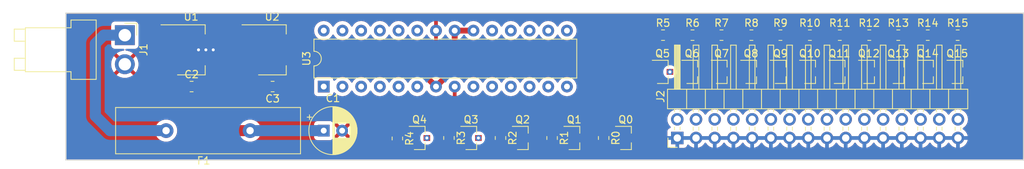
<source format=kicad_pcb>
(kicad_pcb (version 20221018) (generator pcbnew)
  (layers (0 "F.Cu" signal) (31 "B.Cu" signal) (34 "B.Paste" user) (35 "F.Paste" user) (36 "B.SilkS" user "B.Silkscreen") (37 "F.SilkS" user "F.Silkscreen") (38 "B.Mask" user) (39 "F.Mask" user) (44 "Edge.Cuts" user))
  (net 0 "")
  (net 1 "Net-(C1-Pad1)")
  (net 2 "GND")
  (net 3 "+12V")
  (net 4 "Net-(F1-Pad2)")
  (net 5 "/PB0")
  (net 6 "Net-(C3-Pad2)")
  (net 7 "/LED0")
  (net 8 "/LED1")
  (net 9 "/LED2")
  (net 10 "/LED3")
  (net 11 "/LED4")
  (net 12 "/LED5")
  (net 13 "/LED6")
  (net 14 "/LED7")
  (net 15 "/LED8")
  (net 16 "/LED9")
  (net 17 "/LED10")
  (net 18 "/LED11")
  (net 19 "/LED12")
  (net 20 "/LED13")
  (net 21 "/LED14")
  (net 22 "/LED15")
  (net 23 "/PB1")
  (net 24 "/PB2")
  (net 25 "/PB3")
  (net 26 "/PB4")
  (net 27 "/PB5")
  (net 28 "/PB6")
  (net 29 "/PB7")
  (net 30 "/PD0")
  (net 31 "/PD1")
  (net 32 "/PD2")
  (net 33 "/PD3")
  (net 34 "/PD4")
  (net 35 "/PD5")
  (net 36 "/PD6")
  (net 37 "/PD7")
  (footprint "Capacitor_THT:CP_Radial_D6.3mm_P2.50mm" (layer "F.Cu") (at 149.3 82.802)
    (fp_text reference "C1" (at 1.25 -4.4) (layer "F.SilkS"))
    (fp_text value "CP")
    (pad "1" thru_hole rect (at 0 0) (size 1.6 1.6) (drill 0.8) (layers "*.Cu" "*.Mask") (net 1 "Net-(C1-Pad1)"))
    (pad "2" thru_hole circle (at 2.5 0) (size 1.6 1.6) (drill 0.8) (layers "*.Cu" "*.Mask") (net 2 "GND"))
  )
  (footprint "Capacitor_SMD:C_0805_2012Metric_Pad1.33x1.40mm_HandSolder" (layer "F.Cu") (at 131.3625 76.802)
    (fp_text reference "C2" (at 0 -1.65) (layer "F.SilkS"))
    (fp_text value "C")
    (pad "1" smd roundrect (at -0.9375 0) (size 1.325 1.4) (layers "F.Cu" "F.Paste" "F.Mask") (roundrect_rratio 0.188679) (net 3 "+12V"))
    (pad "2" smd roundrect (at 0.9375 0) (size 1.325 1.4) (layers "F.Cu" "F.Paste" "F.Mask") (roundrect_rratio 0.188679) (net 2 "GND"))
  )
  (footprint "Capacitor_SMD:C_0805_2012Metric_Pad1.33x1.40mm_HandSolder" (layer "F.Cu") (at 142.3625 76.802 180)
    (fp_text reference "C3" (at 0 -1.65 180) (layer "F.SilkS"))
    (fp_text value "C")
    (pad "1" smd roundrect (at -0.9375 0 180) (size 1.325 1.4) (layers "F.Cu" "F.Paste" "F.Mask") (roundrect_rratio 0.188679) (net 2 "GND"))
    (pad "2" smd roundrect (at 0.9375 0 180) (size 1.325 1.4) (layers "F.Cu" "F.Paste" "F.Mask") (roundrect_rratio 0.188679) (net 6 "Net-(C3-Pad2)"))
  )
  (footprint "Connector_JST:JST_VH_B2PS-VH_1x02_P3.96mm_Horizontal" (layer "F.Cu") (at 122.3 69.802 -90)
    (fp_text reference "J1" (at 1.98 -2.55 270) (layer "F.SilkS"))
    (fp_text value "Conn_01x02_Male")
    (pad "1" thru_hole rect (at 0 0 270) (size 2.7 2.7) (drill 1.7) (layers "*.Cu" "*.Mask") (net 4 "Net-(F1-Pad2)"))
    (pad "2" thru_hole circle (at 3.96 0 270) (size 2.7 2.7) (drill 1.7) (layers "*.Cu" "*.Mask") (net 2 "GND"))
  )
  (footprint "Connector_PinHeader_2.54mm:PinHeader_2x16_P2.54mm_Horizontal" (layer "F.Cu") (at 197.3 83.802 90)
    (fp_text reference "J2" (at 5.655 -2.27 90) (layer "F.SilkS"))
    (fp_text value "Conn_02x16_Odd_Even")
    (pad "1" thru_hole rect (at 0 0 90) (size 1.7 1.7) (drill 1) (layers "*.Cu" "*.Mask") (net 3 "+12V"))
    (pad "2" thru_hole oval (at 2.54 0 90) (size 1.7 1.7) (drill 1) (layers "*.Cu" "*.Mask") (net 7 "/LED0"))
    (pad "3" thru_hole oval (at 0 2.54 90) (size 1.7 1.7) (drill 1) (layers "*.Cu" "*.Mask") (net 3 "+12V"))
    (pad "4" thru_hole oval (at 2.54 2.54 90) (size 1.7 1.7) (drill 1) (layers "*.Cu" "*.Mask") (net 8 "/LED1"))
    (pad "5" thru_hole oval (at 0 5.08 90) (size 1.7 1.7) (drill 1) (layers "*.Cu" "*.Mask") (net 3 "+12V"))
    (pad "6" thru_hole oval (at 2.54 5.08 90) (size 1.7 1.7) (drill 1) (layers "*.Cu" "*.Mask") (net 9 "/LED2"))
    (pad "7" thru_hole oval (at 0 7.62 90) (size 1.7 1.7) (drill 1) (layers "*.Cu" "*.Mask") (net 3 "+12V"))
    (pad "8" thru_hole oval (at 2.54 7.62 90) (size 1.7 1.7) (drill 1) (layers "*.Cu" "*.Mask") (net 10 "/LED3"))
    (pad "9" thru_hole oval (at 0 10.16 90) (size 1.7 1.7) (drill 1) (layers "*.Cu" "*.Mask") (net 3 "+12V"))
    (pad "10" thru_hole oval (at 2.54 10.16 90) (size 1.7 1.7) (drill 1) (layers "*.Cu" "*.Mask") (net 11 "/LED4"))
    (pad "11" thru_hole oval (at 0 12.7 90) (size 1.7 1.7) (drill 1) (layers "*.Cu" "*.Mask") (net 3 "+12V"))
    (pad "12" thru_hole oval (at 2.54 12.7 90) (size 1.7 1.7) (drill 1) (layers "*.Cu" "*.Mask") (net 12 "/LED5"))
    (pad "13" thru_hole oval (at 0 15.24 90) (size 1.7 1.7) (drill 1) (layers "*.Cu" "*.Mask") (net 3 "+12V"))
    (pad "14" thru_hole oval (at 2.54 15.24 90) (size 1.7 1.7) (drill 1) (layers "*.Cu" "*.Mask") (net 13 "/LED6"))
    (pad "15" thru_hole oval (at 0 17.78 90) (size 1.7 1.7) (drill 1) (layers "*.Cu" "*.Mask") (net 3 "+12V"))
    (pad "16" thru_hole oval (at 2.54 17.78 90) (size 1.7 1.7) (drill 1) (layers "*.Cu" "*.Mask") (net 14 "/LED7"))
    (pad "17" thru_hole oval (at 0 20.32 90) (size 1.7 1.7) (drill 1) (layers "*.Cu" "*.Mask") (net 3 "+12V"))
    (pad "18" thru_hole oval (at 2.54 20.32 90) (size 1.7 1.7) (drill 1) (layers "*.Cu" "*.Mask") (net 15 "/LED8"))
    (pad "19" thru_hole oval (at 0 22.86 90) (size 1.7 1.7) (drill 1) (layers "*.Cu" "*.Mask") (net 3 "+12V"))
    (pad "20" thru_hole oval (at 2.54 22.86 90) (size 1.7 1.7) (drill 1) (layers "*.Cu" "*.Mask") (net 16 "/LED9"))
    (pad "21" thru_hole oval (at 0 25.4 90) (size 1.7 1.7) (drill 1) (layers "*.Cu" "*.Mask") (net 3 "+12V"))
    (pad "22" thru_hole oval (at 2.54 25.4 90) (size 1.7 1.7) (drill 1) (layers "*.Cu" "*.Mask") (net 17 "/LED10"))
    (pad "23" thru_hole oval (at 0 27.94 90) (size 1.7 1.7) (drill 1) (layers "*.Cu" "*.Mask") (net 3 "+12V"))
    (pad "24" thru_hole oval (at 2.54 27.94 90) (size 1.7 1.7) (drill 1) (layers "*.Cu" "*.Mask") (net 18 "/LED11"))
    (pad "25" thru_hole oval (at 0 30.48 90) (size 1.7 1.7) (drill 1) (layers "*.Cu" "*.Mask") (net 3 "+12V"))
    (pad "26" thru_hole oval (at 2.54 30.48 90) (size 1.7 1.7) (drill 1) (layers "*.Cu" "*.Mask") (net 19 "/LED12"))
    (pad "27" thru_hole oval (at 0 33.02 90) (size 1.7 1.7) (drill 1) (layers "*.Cu" "*.Mask") (net 3 "+12V"))
    (pad "28" thru_hole oval (at 2.54 33.02 90) (size 1.7 1.7) (drill 1) (layers "*.Cu" "*.Mask") (net 20 "/LED13"))
    (pad "29" thru_hole oval (at 0 35.56 90) (size 1.7 1.7) (drill 1) (layers "*.Cu" "*.Mask") (net 3 "+12V"))
    (pad "30" thru_hole oval (at 2.54 35.56 90) (size 1.7 1.7) (drill 1) (layers "*.Cu" "*.Mask") (net 21 "/LED14"))
    (pad "31" thru_hole oval (at 0 38.1 90) (size 1.7 1.7) (drill 1) (layers "*.Cu" "*.Mask") (net 3 "+12V"))
    (pad "32" thru_hole oval (at 2.54 38.1 90) (size 1.7 1.7) (drill 1) (layers "*.Cu" "*.Mask") (net 22 "/LED15"))
  )
  (footprint "Package_TO_SOT_SMD:SOT-223-3_TabPin2" (layer "F.Cu") (at 131.3 71.802)
    (fp_text reference "U1" (at 0 -4.5) (layer "F.SilkS"))
    (fp_text value "NCP1117-12_SOT223")
    (pad "1" smd rect (at -3.15 -2.3) (size 2 1.5) (layers "F.Cu" "F.Paste" "F.Mask") (net 2 "GND"))
    (pad "2" smd rect (at -3.15 0) (size 2 1.5) (layers "F.Cu" "F.Paste" "F.Mask") (net 3 "+12V"))
    (pad "2" smd rect (at 3.15 0) (size 2 3.8) (layers "F.Cu" "F.Paste" "F.Mask") (net 3 "+12V"))
    (pad "3" smd rect (at -3.15 2.3) (size 2 1.5) (layers "F.Cu" "F.Paste" "F.Mask") (net 1 "Net-(C1-Pad1)"))
  )
  (footprint "Package_DIP:DIP-28_W7.62mm" (layer "F.Cu") (at 149.3 76.802 90)
    (fp_text reference "U3" (at 3.81 -2.33 90) (layer "F.SilkS"))
    (fp_text value "ATmega328P-PU")
    (pad "1" thru_hole rect (at 0 0 90) (size 1.6 1.6) (drill 0.8) (layers "*.Cu" "*.Mask"))
    (pad "2" thru_hole oval (at 0 2.54 90) (size 1.6 1.6) (drill 0.8) (layers "*.Cu" "*.Mask") (net 30 "/PD0"))
    (pad "3" thru_hole oval (at 0 5.08 90) (size 1.6 1.6) (drill 0.8) (layers "*.Cu" "*.Mask") (net 31 "/PD1"))
    (pad "4" thru_hole oval (at 0 7.62 90) (size 1.6 1.6) (drill 0.8) (layers "*.Cu" "*.Mask") (net 32 "/PD2"))
    (pad "5" thru_hole oval (at 0 10.16 90) (size 1.6 1.6) (drill 0.8) (layers "*.Cu" "*.Mask") (net 33 "/PD3"))
    (pad "6" thru_hole oval (at 0 12.7 90) (size 1.6 1.6) (drill 0.8) (layers "*.Cu" "*.Mask") (net 34 "/PD4"))
    (pad "7" thru_hole oval (at 0 15.24 90) (size 1.6 1.6) (drill 0.8) (layers "*.Cu" "*.Mask") (net 6 "Net-(C3-Pad2)"))
    (pad "8" thru_hole oval (at 0 17.78 90) (size 1.6 1.6) (drill 0.8) (layers "*.Cu" "*.Mask") (net 2 "GND"))
    (pad "9" thru_hole oval (at 0 20.32 90) (size 1.6 1.6) (drill 0.8) (layers "*.Cu" "*.Mask") (net 28 "/PB6"))
    (pad "10" thru_hole oval (at 0 22.86 90) (size 1.6 1.6) (drill 0.8) (layers "*.Cu" "*.Mask") (net 29 "/PB7"))
    (pad "11" thru_hole oval (at 0 25.4 90) (size 1.6 1.6) (drill 0.8) (layers "*.Cu" "*.Mask") (net 35 "/PD5"))
    (pad "12" thru_hole oval (at 0 27.94 90) (size 1.6 1.6) (drill 0.8) (layers "*.Cu" "*.Mask") (net 36 "/PD6"))
    (pad "13" thru_hole oval (at 0 30.48 90) (size 1.6 1.6) (drill 0.8) (layers "*.Cu" "*.Mask") (net 37 "/PD7"))
    (pad "14" thru_hole oval (at 0 33.02 90) (size 1.6 1.6) (drill 0.8) (layers "*.Cu" "*.Mask") (net 5 "/PB0"))
    (pad "15" thru_hole oval (at 7.62 33.02 90) (size 1.6 1.6) (drill 0.8) (layers "*.Cu" "*.Mask") (net 23 "/PB1"))
    (pad "16" thru_hole oval (at 7.62 30.48 90) (size 1.6 1.6) (drill 0.8) (layers "*.Cu" "*.Mask") (net 24 "/PB2"))
    (pad "17" thru_hole oval (at 7.62 27.94 90) (size 1.6 1.6) (drill 0.8) (layers "*.Cu" "*.Mask") (net 25 "/PB3"))
    (pad "18" thru_hole oval (at 7.62 25.4 90) (size 1.6 1.6) (drill 0.8) (layers "*.Cu" "*.Mask") (net 26 "/PB4"))
    (pad "19" thru_hole oval (at 7.62 22.86 90) (size 1.6 1.6) (drill 0.8) (layers "*.Cu" "*.Mask") (net 27 "/PB5"))
    (pad "20" thru_hole oval (at 7.62 20.32 90) (size 1.6 1.6) (drill 0.8) (layers "*.Cu" "*.Mask") (net 6 "Net-(C3-Pad2)"))
    (pad "21" thru_hole oval (at 7.62 17.78 90) (size 1.6 1.6) (drill 0.8) (layers "*.Cu" "*.Mask") (net 6 "Net-(C3-Pad2)"))
    (pad "22" thru_hole oval (at 7.62 15.24 90) (size 1.6 1.6) (drill 0.8) (layers "*.Cu" "*.Mask") (net 2 "GND"))
    (pad "23" thru_hole oval (at 7.62 12.7 90) (size 1.6 1.6) (drill 0.8) (layers "*.Cu" "*.Mask"))
    (pad "24" thru_hole oval (at 7.62 10.16 90) (size 1.6 1.6) (drill 0.8) (layers "*.Cu" "*.Mask"))
    (pad "25" thru_hole oval (at 7.62 7.62 90) (size 1.6 1.6) (drill 0.8) (layers "*.Cu" "*.Mask"))
    (pad "26" thru_hole oval (at 7.62 5.08 90) (size 1.6 1.6) (drill 0.8) (layers "*.Cu" "*.Mask"))
    (pad "27" thru_hole oval (at 7.62 2.54 90) (size 1.6 1.6) (drill 0.8) (layers "*.Cu" "*.Mask"))
    (pad "28" thru_hole oval (at 7.62 0 90) (size 1.6 1.6) (drill 0.8) (layers "*.Cu" "*.Mask"))
  )
  (footprint "Package_TO_SOT_SMD:SOT-223-3_TabPin2" (layer "F.Cu") (at 142.3 71.802)
    (fp_text reference "U2" (at 0 -4.5) (layer "F.SilkS"))
    (fp_text value "AP1117-50")
    (pad "1" smd rect (at -3.15 -2.3) (size 2 1.5) (layers "F.Cu" "F.Paste" "F.Mask") (net 2 "GND"))
    (pad "2" smd rect (at -3.15 0) (size 2 1.5) (layers "F.Cu" "F.Paste" "F.Mask") (net 6 "Net-(C3-Pad2)"))
    (pad "2" smd rect (at 3.15 0) (size 2 3.8) (layers "F.Cu" "F.Paste" "F.Mask") (net 6 "Net-(C3-Pad2)"))
    (pad "3" smd rect (at -3.15 2.3) (size 2 1.5) (layers "F.Cu" "F.Paste" "F.Mask") (net 3 "+12V"))
  )
  (footprint "Fuse:Fuse_Littelfuse-LVR200" (layer "F.Cu") (at 139.3 82.802 180)
    (fp_text reference "F1" (at 6.3 -4.1 180) (layer "F.SilkS"))
    (fp_text value "Fuse")
    (pad "1" thru_hole circle (at 0 0 180) (size 2 2) (drill 1) (layers "*.Cu" "*.Mask") (net 1 "Net-(C1-Pad1)"))
    (pad "2" thru_hole circle (at 11.4 0 180) (size 2 2) (drill 1) (layers "*.Cu" "*.Mask") (net 4 "Net-(F1-Pad2)"))
  )
  (footprint "Package_TO_SOT_SMD:SOT-23" (layer "F.Cu") (at 190.3 83.802)
    (fp_text reference "Q0" (at 0 -2.5) (layer "F.SilkS"))
    (fp_text value "BSS138")
    (pad "1" smd rect (at -1 -0.95) (size 0.9 0.8) (layers "F.Cu" "F.Paste" "F.Mask") (net 5 "/PB0"))
    (pad "2" smd rect (at -1 0.95) (size 0.9 0.8) (layers "F.Cu" "F.Paste" "F.Mask") (net 2 "GND"))
    (pad "3" smd rect (at 1 0) (size 0.9 0.8) (layers "F.Cu" "F.Paste" "F.Mask") (net 7 "/LED0"))
  )
  (footprint "Package_TO_SOT_SMD:SOT-23" (layer "F.Cu") (at 183.3 83.802)
    (fp_text reference "Q1" (at 0 -2.5) (layer "F.SilkS"))
    (fp_text value "BSS138")
    (pad "1" smd rect (at -1 -0.95) (size 0.9 0.8) (layers "F.Cu" "F.Paste" "F.Mask") (net 23 "/PB1"))
    (pad "2" smd rect (at -1 0.95) (size 0.9 0.8) (layers "F.Cu" "F.Paste" "F.Mask") (net 2 "GND"))
    (pad "3" smd rect (at 1 0) (size 0.9 0.8) (layers "F.Cu" "F.Paste" "F.Mask") (net 8 "/LED1"))
  )
  (footprint "Package_TO_SOT_SMD:SOT-23" (layer "F.Cu") (at 176.3 83.802)
    (fp_text reference "Q2" (at 0 -2.5) (layer "F.SilkS"))
    (fp_text value "BSS138")
    (pad "1" smd rect (at -1 -0.95) (size 0.9 0.8) (layers "F.Cu" "F.Paste" "F.Mask") (net 24 "/PB2"))
    (pad "2" smd rect (at -1 0.95) (size 0.9 0.8) (layers "F.Cu" "F.Paste" "F.Mask") (net 2 "GND"))
    (pad "3" smd rect (at 1 0) (size 0.9 0.8) (layers "F.Cu" "F.Paste" "F.Mask") (net 9 "/LED2"))
  )
  (footprint "Package_TO_SOT_SMD:SOT-23" (layer "F.Cu") (at 169.3 83.802)
    (fp_text reference "Q3" (at 0 -2.5) (layer "F.SilkS"))
    (fp_text value "BSS138")
    (pad "1" smd rect (at -1 -0.95) (size 0.9 0.8) (layers "F.Cu" "F.Paste" "F.Mask") (net 25 "/PB3"))
    (pad "2" smd rect (at -1 0.95) (size 0.9 0.8) (layers "F.Cu" "F.Paste" "F.Mask") (net 2 "GND"))
    (pad "3" smd rect (at 1 0) (size 0.9 0.8) (layers "F.Cu" "F.Paste" "F.Mask") (net 10 "/LED3"))
  )
  (footprint "Package_TO_SOT_SMD:SOT-23" (layer "F.Cu") (at 162.3 83.802)
    (fp_text reference "Q4" (at 0 -2.5) (layer "F.SilkS"))
    (fp_text value "BSS138")
    (pad "1" smd rect (at -1 -0.95) (size 0.9 0.8) (layers "F.Cu" "F.Paste" "F.Mask") (net 26 "/PB4"))
    (pad "2" smd rect (at -1 0.95) (size 0.9 0.8) (layers "F.Cu" "F.Paste" "F.Mask") (net 2 "GND"))
    (pad "3" smd rect (at 1 0) (size 0.9 0.8) (layers "F.Cu" "F.Paste" "F.Mask") (net 11 "/LED4"))
  )
  (footprint "Package_TO_SOT_SMD:SOT-23" (layer "F.Cu") (at 195.3 74.802)
    (fp_text reference "Q5" (at 0 -2.5) (layer "F.SilkS"))
    (fp_text value "BSS138")
    (pad "1" smd rect (at -1 -0.95) (size 0.9 0.8) (layers "F.Cu" "F.Paste" "F.Mask") (net 27 "/PB5"))
    (pad "2" smd rect (at -1 0.95) (size 0.9 0.8) (layers "F.Cu" "F.Paste" "F.Mask") (net 2 "GND"))
    (pad "3" smd rect (at 1 0) (size 0.9 0.8) (layers "F.Cu" "F.Paste" "F.Mask") (net 12 "/LED5"))
  )
  (footprint "Package_TO_SOT_SMD:SOT-23" (layer "F.Cu") (at 199.3 74.802)
    (fp_text reference "Q6" (at 0 -2.5) (layer "F.SilkS"))
    (fp_text value "BSS138")
    (pad "1" smd rect (at -1 -0.95) (size 0.9 0.8) (layers "F.Cu" "F.Paste" "F.Mask") (net 28 "/PB6"))
    (pad "2" smd rect (at -1 0.95) (size 0.9 0.8) (layers "F.Cu" "F.Paste" "F.Mask") (net 2 "GND"))
    (pad "3" smd rect (at 1 0) (size 0.9 0.8) (layers "F.Cu" "F.Paste" "F.Mask") (net 13 "/LED6"))
  )
  (footprint "Package_TO_SOT_SMD:SOT-23" (layer "F.Cu") (at 203.3 74.802)
    (fp_text reference "Q7" (at 0 -2.5) (layer "F.SilkS"))
    (fp_text value "BSS138")
    (pad "1" smd rect (at -1 -0.95) (size 0.9 0.8) (layers "F.Cu" "F.Paste" "F.Mask") (net 29 "/PB7"))
    (pad "2" smd rect (at -1 0.95) (size 0.9 0.8) (layers "F.Cu" "F.Paste" "F.Mask") (net 2 "GND"))
    (pad "3" smd rect (at 1 0) (size 0.9 0.8) (layers "F.Cu" "F.Paste" "F.Mask") (net 14 "/LED7"))
  )
  (footprint "Package_TO_SOT_SMD:SOT-23" (layer "F.Cu") (at 207.3 74.802)
    (fp_text reference "Q8" (at 0 -2.5) (layer "F.SilkS"))
    (fp_text value "BSS138")
    (pad "1" smd rect (at -1 -0.95) (size 0.9 0.8) (layers "F.Cu" "F.Paste" "F.Mask") (net 30 "/PD0"))
    (pad "2" smd rect (at -1 0.95) (size 0.9 0.8) (layers "F.Cu" "F.Paste" "F.Mask") (net 2 "GND"))
    (pad "3" smd rect (at 1 0) (size 0.9 0.8) (layers "F.Cu" "F.Paste" "F.Mask") (net 15 "/LED8"))
  )
  (footprint "Package_TO_SOT_SMD:SOT-23" (layer "F.Cu") (at 211.3 74.802)
    (fp_text reference "Q9" (at 0 -2.5) (layer "F.SilkS"))
    (fp_text value "BSS138")
    (pad "1" smd rect (at -1 -0.95) (size 0.9 0.8) (layers "F.Cu" "F.Paste" "F.Mask") (net 31 "/PD1"))
    (pad "2" smd rect (at -1 0.95) (size 0.9 0.8) (layers "F.Cu" "F.Paste" "F.Mask") (net 2 "GND"))
    (pad "3" smd rect (at 1 0) (size 0.9 0.8) (layers "F.Cu" "F.Paste" "F.Mask") (net 16 "/LED9"))
  )
  (footprint "Package_TO_SOT_SMD:SOT-23" (layer "F.Cu") (at 215.3 74.802)
    (fp_text reference "Q10" (at 0 -2.5) (layer "F.SilkS"))
    (fp_text value "BSS138")
    (pad "1" smd rect (at -1 -0.95) (size 0.9 0.8) (layers "F.Cu" "F.Paste" "F.Mask") (net 32 "/PD2"))
    (pad "2" smd rect (at -1 0.95) (size 0.9 0.8) (layers "F.Cu" "F.Paste" "F.Mask") (net 2 "GND"))
    (pad "3" smd rect (at 1 0) (size 0.9 0.8) (layers "F.Cu" "F.Paste" "F.Mask") (net 17 "/LED10"))
  )
  (footprint "Package_TO_SOT_SMD:SOT-23" (layer "F.Cu") (at 219.3 74.802)
    (fp_text reference "Q11" (at 0 -2.5) (layer "F.SilkS"))
    (fp_text value "BSS138")
    (pad "1" smd rect (at -1 -0.95) (size 0.9 0.8) (layers "F.Cu" "F.Paste" "F.Mask") (net 33 "/PD3"))
    (pad "2" smd rect (at -1 0.95) (size 0.9 0.8) (layers "F.Cu" "F.Paste" "F.Mask") (net 2 "GND"))
    (pad "3" smd rect (at 1 0) (size 0.9 0.8) (layers "F.Cu" "F.Paste" "F.Mask") (net 18 "/LED11"))
  )
  (footprint "Package_TO_SOT_SMD:SOT-23" (layer "F.Cu") (at 223.3 74.802)
    (fp_text reference "Q12" (at 0 -2.5) (layer "F.SilkS"))
    (fp_text value "BSS138")
    (pad "1" smd rect (at -1 -0.95) (size 0.9 0.8) (layers "F.Cu" "F.Paste" "F.Mask") (net 34 "/PD4"))
    (pad "2" smd rect (at -1 0.95) (size 0.9 0.8) (layers "F.Cu" "F.Paste" "F.Mask") (net 2 "GND"))
    (pad "3" smd rect (at 1 0) (size 0.9 0.8) (layers "F.Cu" "F.Paste" "F.Mask") (net 19 "/LED12"))
  )
  (footprint "Package_TO_SOT_SMD:SOT-23" (layer "F.Cu") (at 227.3 74.802)
    (fp_text reference "Q13" (at 0 -2.5) (layer "F.SilkS"))
    (fp_text value "BSS138")
    (pad "1" smd rect (at -1 -0.95) (size 0.9 0.8) (layers "F.Cu" "F.Paste" "F.Mask") (net 35 "/PD5"))
    (pad "2" smd rect (at -1 0.95) (size 0.9 0.8) (layers "F.Cu" "F.Paste" "F.Mask") (net 2 "GND"))
    (pad "3" smd rect (at 1 0) (size 0.9 0.8) (layers "F.Cu" "F.Paste" "F.Mask") (net 20 "/LED13"))
  )
  (footprint "Package_TO_SOT_SMD:SOT-23" (layer "F.Cu") (at 231.3 74.802)
    (fp_text reference "Q14" (at 0 -2.5) (layer "F.SilkS"))
    (fp_text value "BSS138")
    (pad "1" smd rect (at -1 -0.95) (size 0.9 0.8) (layers "F.Cu" "F.Paste" "F.Mask") (net 36 "/PD6"))
    (pad "2" smd rect (at -1 0.95) (size 0.9 0.8) (layers "F.Cu" "F.Paste" "F.Mask") (net 2 "GND"))
    (pad "3" smd rect (at 1 0) (size 0.9 0.8) (layers "F.Cu" "F.Paste" "F.Mask") (net 21 "/LED14"))
  )
  (footprint "Package_TO_SOT_SMD:SOT-23" (layer "F.Cu") (at 235.3 74.802)
    (fp_text reference "Q15" (at 0 -2.5) (layer "F.SilkS"))
    (fp_text value "BSS138")
    (pad "1" smd rect (at -1 -0.95) (size 0.9 0.8) (layers "F.Cu" "F.Paste" "F.Mask") (net 37 "/PD7"))
    (pad "2" smd rect (at -1 0.95) (size 0.9 0.8) (layers "F.Cu" "F.Paste" "F.Mask") (net 2 "GND"))
    (pad "3" smd rect (at 1 0) (size 0.9 0.8) (layers "F.Cu" "F.Paste" "F.Mask") (net 22 "/LED15"))
  )
  (footprint "Resistor_SMD:R_0805_2012Metric_Pad1.33x1.40mm_HandSolder" (layer "F.Cu") (at 187.3 83.802 -90)
    (fp_text reference "R0" (at 0 -1.65 270) (layer "F.SilkS"))
    (fp_text value "R")
    (pad "1" smd roundrect (at -0.9375 0 270) (size 1.325 1.4) (layers "F.Cu" "F.Paste" "F.Mask") (roundrect_rratio 0.188679) (net 5 "/PB0"))
    (pad "2" smd roundrect (at 0.9375 0 270) (size 1.325 1.4) (layers "F.Cu" "F.Paste" "F.Mask") (roundrect_rratio 0.188679) (net 2 "GND"))
  )
  (footprint "Resistor_SMD:R_0805_2012Metric_Pad1.33x1.40mm_HandSolder" (layer "F.Cu") (at 173.3 83.802 -90)
    (fp_text reference "R2" (at 0 -1.65 270) (layer "F.SilkS"))
    (fp_text value "R")
    (pad "1" smd roundrect (at -0.9375 0 270) (size 1.325 1.4) (layers "F.Cu" "F.Paste" "F.Mask") (roundrect_rratio 0.188679) (net 24 "/PB2"))
    (pad "2" smd roundrect (at 0.9375 0 270) (size 1.325 1.4) (layers "F.Cu" "F.Paste" "F.Mask") (roundrect_rratio 0.188679) (net 2 "GND"))
  )
  (footprint "Resistor_SMD:R_0805_2012Metric_Pad1.33x1.40mm_HandSolder" (layer "F.Cu") (at 166.3 83.802 -90)
    (fp_text reference "R3" (at 0 -1.65 270) (layer "F.SilkS"))
    (fp_text value "R")
    (pad "1" smd roundrect (at -0.9375 0 270) (size 1.325 1.4) (layers "F.Cu" "F.Paste" "F.Mask") (roundrect_rratio 0.188679) (net 25 "/PB3"))
    (pad "2" smd roundrect (at 0.9375 0 270) (size 1.325 1.4) (layers "F.Cu" "F.Paste" "F.Mask") (roundrect_rratio 0.188679) (net 2 "GND"))
  )
  (footprint "Resistor_SMD:R_0805_2012Metric_Pad1.33x1.40mm_HandSolder" (layer "F.Cu") (at 159.3 83.8645 -90)
    (fp_text reference "R4" (at 0 -1.65 270) (layer "F.SilkS"))
    (fp_text value "R")
    (pad "1" smd roundrect (at -0.9375 0 270) (size 1.325 1.4) (layers "F.Cu" "F.Paste" "F.Mask") (roundrect_rratio 0.188679) (net 26 "/PB4"))
    (pad "2" smd roundrect (at 0.9375 0 270) (size 1.325 1.4) (layers "F.Cu" "F.Paste" "F.Mask") (roundrect_rratio 0.188679) (net 2 "GND"))
  )
  (footprint "Resistor_SMD:R_0805_2012Metric_Pad1.33x1.40mm_HandSolder" (layer "F.Cu") (at 195.3625 69.802)
    (fp_text reference "R5" (at 0 -1.65) (layer "F.SilkS"))
    (fp_text value "R")
    (pad "1" smd roundrect (at -0.9375 0) (size 1.325 1.4) (layers "F.Cu" "F.Paste" "F.Mask") (roundrect_rratio 0.188679) (net 27 "/PB5"))
    (pad "2" smd roundrect (at 0.9375 0) (size 1.325 1.4) (layers "F.Cu" "F.Paste" "F.Mask") (roundrect_rratio 0.188679) (net 2 "GND"))
  )
  (footprint "Resistor_SMD:R_0805_2012Metric_Pad1.33x1.40mm_HandSolder" (layer "F.Cu") (at 199.3625 69.802)
    (fp_text reference "R6" (at 0 -1.65) (layer "F.SilkS"))
    (fp_text value "R")
    (pad "1" smd roundrect (at -0.9375 0) (size 1.325 1.4) (layers "F.Cu" "F.Paste" "F.Mask") (roundrect_rratio 0.188679) (net 28 "/PB6"))
    (pad "2" smd roundrect (at 0.9375 0) (size 1.325 1.4) (layers "F.Cu" "F.Paste" "F.Mask") (roundrect_rratio 0.188679) (net 2 "GND"))
  )
  (footprint "Resistor_SMD:R_0805_2012Metric_Pad1.33x1.40mm_HandSolder" (layer "F.Cu") (at 203.3 69.802)
    (fp_text reference "R7" (at 0 -1.65) (layer "F.SilkS"))
    (fp_text value "R")
    (pad "1" smd roundrect (at -0.9375 0) (size 1.325 1.4) (layers "F.Cu" "F.Paste" "F.Mask") (roundrect_rratio 0.188679) (net 29 "/PB7"))
    (pad "2" smd roundrect (at 0.9375 0) (size 1.325 1.4) (layers "F.Cu" "F.Paste" "F.Mask") (roundrect_rratio 0.188679) (net 2 "GND"))
  )
  (footprint "Resistor_SMD:R_0805_2012Metric_Pad1.33x1.40mm_HandSolder" (layer "F.Cu") (at 207.3625 69.802)
    (fp_text reference "R8" (at 0 -1.65) (layer "F.SilkS"))
    (fp_text value "R")
    (pad "1" smd roundrect (at -0.9375 0) (size 1.325 1.4) (layers "F.Cu" "F.Paste" "F.Mask") (roundrect_rratio 0.188679) (net 30 "/PD0"))
    (pad "2" smd roundrect (at 0.9375 0) (size 1.325 1.4) (layers "F.Cu" "F.Paste" "F.Mask") (roundrect_rratio 0.188679) (net 2 "GND"))
  )
  (footprint "Resistor_SMD:R_0805_2012Metric_Pad1.33x1.40mm_HandSolder" (layer "F.Cu") (at 211.3 69.802)
    (fp_text reference "R9" (at 0 -1.65) (layer "F.SilkS"))
    (fp_text value "R")
    (pad "1" smd roundrect (at -0.9375 0) (size 1.325 1.4) (layers "F.Cu" "F.Paste" "F.Mask") (roundrect_rratio 0.188679) (net 31 "/PD1"))
    (pad "2" smd roundrect (at 0.9375 0) (size 1.325 1.4) (layers "F.Cu" "F.Paste" "F.Mask") (roundrect_rratio 0.188679) (net 2 "GND"))
  )
  (footprint "Resistor_SMD:R_0805_2012Metric_Pad1.33x1.40mm_HandSolder" (layer "F.Cu") (at 215.3 69.802)
    (fp_text reference "R10" (at 0 -1.65) (layer "F.SilkS"))
    (fp_text value "R")
    (pad "1" smd roundrect (at -0.9375 0) (size 1.325 1.4) (layers "F.Cu" "F.Paste" "F.Mask") (roundrect_rratio 0.188679) (net 32 "/PD2"))
    (pad "2" smd roundrect (at 0.9375 0) (size 1.325 1.4) (layers "F.Cu" "F.Paste" "F.Mask") (roundrect_rratio 0.188679) (net 2 "GND"))
  )
  (footprint "Resistor_SMD:R_0805_2012Metric_Pad1.33x1.40mm_HandSolder" (layer "F.Cu") (at 219.3625 69.802)
    (fp_text reference "R11" (at 0 -1.65) (layer "F.SilkS"))
    (fp_text value "R")
    (pad "1" smd roundrect (at -0.9375 0) (size 1.325 1.4) (layers "F.Cu" "F.Paste" "F.Mask") (roundrect_rratio 0.188679) (net 33 "/PD3"))
    (pad "2" smd roundrect (at 0.9375 0) (size 1.325 1.4) (layers "F.Cu" "F.Paste" "F.Mask") (roundrect_rratio 0.188679) (net 2 "GND"))
  )
  (footprint "Resistor_SMD:R_0805_2012Metric_Pad1.33x1.40mm_HandSolder" (layer "F.Cu") (at 223.3625 69.802)
    (fp_text reference "R12" (at 0 -1.65) (layer "F.SilkS"))
    (fp_text value "R")
    (pad "1" smd roundrect (at -0.9375 0) (size 1.325 1.4) (layers "F.Cu" "F.Paste" "F.Mask") (roundrect_rratio 0.188679) (net 34 "/PD4"))
    (pad "2" smd roundrect (at 0.9375 0) (size 1.325 1.4) (layers "F.Cu" "F.Paste" "F.Mask") (roundrect_rratio 0.188679) (net 2 "GND"))
  )
  (footprint "Resistor_SMD:R_0805_2012Metric_Pad1.33x1.40mm_HandSolder" (layer "F.Cu") (at 227.3 69.802)
    (fp_text reference "R13" (at 0 -1.65) (layer "F.SilkS"))
    (fp_text value "R")
    (pad "1" smd roundrect (at -0.9375 0) (size 1.325 1.4) (layers "F.Cu" "F.Paste" "F.Mask") (roundrect_rratio 0.188679) (net 35 "/PD5"))
    (pad "2" smd roundrect (at 0.9375 0) (size 1.325 1.4) (layers "F.Cu" "F.Paste" "F.Mask") (roundrect_rratio 0.188679) (net 2 "GND"))
  )
  (footprint "Resistor_SMD:R_0805_2012Metric_Pad1.33x1.40mm_HandSolder" (layer "F.Cu") (at 231.3 69.802)
    (fp_text reference "R14" (at 0 -1.65) (layer "F.SilkS"))
    (fp_text value "R")
    (pad "1" smd roundrect (at -0.9375 0) (size 1.325 1.4) (layers "F.Cu" "F.Paste" "F.Mask") (roundrect_rratio 0.188679) (net 36 "/PD6"))
    (pad "2" smd roundrect (at 0.9375 0) (size 1.325 1.4) (layers "F.Cu" "F.Paste" "F.Mask") (roundrect_rratio 0.188679) (net 2 "GND"))
  )
  (footprint "Resistor_SMD:R_0805_2012Metric_Pad1.33x1.40mm_HandSolder" (layer "F.Cu") (at 235.3625 69.802)
    (fp_text reference "R15" (at 0 -1.65) (layer "F.SilkS"))
    (fp_text value "R")
    (pad "1" smd roundrect (at -0.9375 0) (size 1.325 1.4) (layers "F.Cu" "F.Paste" "F.Mask") (roundrect_rratio 0.188679) (net 37 "/PD7"))
    (pad "2" smd roundrect (at 0.9375 0) (size 1.325 1.4) (layers "F.Cu" "F.Paste" "F.Mask") (roundrect_rratio 0.188679) (net 2 "GND"))
  )
  (footprint "Resistor_SMD:R_0805_2012Metric_Pad1.33x1.40mm_HandSolder" (layer "F.Cu") (at 180.3 83.802 -90)
    (fp_text reference "R1" (at 0 -1.65 270) (layer "F.SilkS"))
    (fp_text value "R")
    (pad "1" smd roundrect (at -0.9375 0 270) (size 1.325 1.4) (layers "F.Cu" "F.Paste" "F.Mask") (roundrect_rratio 0.188679) (net 23 "/PB1"))
    (pad "2" smd roundrect (at 0.9375 0 270) (size 1.325 1.4) (layers "F.Cu" "F.Paste" "F.Mask") (roundrect_rratio 0.188679) (net 2 "GND"))
  )
  (gr_line (start 114.3 86.802) (end 114.3 66.802) (stroke (width 0.15)) (layer "Edge.Cuts"))
  (gr_line (start 244.3 66.802) (end 244.3 86.802) (stroke (width 0.15)) (layer "Edge.Cuts"))
  (gr_line (start 244.3 86.802) (end 114.3 86.802) (stroke (width 0.15)) (layer "Edge.Cuts"))
  (gr_line (start 114.3 66.802) (end 244.3 66.802) (stroke (width 0.15)) (layer "Edge.Cuts"))
  (segment (start 139.3 82.802) (end 133.3 82.802) (width 1.5) (layer "F.Cu") (net 1))
  (segment (start 133.3 82.802) (end 128.15 77.652) (width 1.5) (layer "F.Cu") (net 1))
  (segment (start 128.15 77.652) (end 128.15 74.102) (width 1.5) (layer "F.Cu") (net 1))
  (segment (start 139.3 82.802) (end 149.3 82.802) (width 1.5) (layer "B.Cu") (net 1))
  (segment (start 134.3 71.802) (end 134.45 71.802) (width 1.5) (layer "F.Cu") (net 3))
  (segment (start 133.3 71.802) (end 134.3 71.802) (width 1.5) (layer "F.Cu") (net 3))
  (segment (start 132.3 71.802) (end 133.3 71.802) (width 1.5) (layer "F.Cu") (net 3))
  (segment (start 131.3 75.127) (end 131.3 71.802) (width 0.8) (layer "F.Cu") (net 3))
  (segment (start 131.3 71.802) (end 132.3 71.802) (width 1.5) (layer "F.Cu") (net 3))
  (segment (start 136.75 74.102) (end 139.15 74.102) (width 1.5) (layer "F.Cu") (net 3))
  (segment (start 130.425 76.002) (end 131.3 75.127) (width 0.8) (layer "F.Cu") (net 3))
  (segment (start 134.45 71.802) (end 136.75 74.102) (width 1.5) (layer "F.Cu") (net 3))
  (segment (start 130.425 76.802) (end 130.425 76.002) (width 0.8) (layer "F.Cu") (net 3))
  (segment (start 128.15 71.802) (end 131.3 71.802) (width 1.5) (layer "F.Cu") (net 3))
  (via (at 132.3 71.802) (size 0.8) (drill 0.4) (layers "F.Cu" "B.Cu") (net 3))
  (via (at 134.3 71.802) (size 0.8) (drill 0.4) (layers "F.Cu" "B.Cu") (net 3))
  (via (at 133.3 71.802) (size 0.8) (drill 0.4) (layers "F.Cu" "B.Cu") (net 3))
  (segment (start 120.3 82.802) (end 127.9 82.802) (width 1.5) (layer "B.Cu") (net 4))
  (segment (start 118.3 70.952) (end 118.3 80.802) (width 1.5) (layer "B.Cu") (net 4))
  (segment (start 122.3 69.802) (end 119.45 69.802) (width 1.5) (layer "B.Cu") (net 4))
  (segment (start 119.45 69.802) (end 118.3 70.952) (width 1.5) (layer "B.Cu") (net 4))
  (segment (start 118.3 80.802) (end 120.3 82.802) (width 1.5) (layer "B.Cu") (net 4))
  (segment (start 145.45 71.802) (end 141.3 71.802) (width 0.8) (layer "F.Cu") (net 6))
  (segment (start 164.54 76.802) (end 167.08 74.262) (width 0.8) (layer "F.Cu") (net 6))
  (segment (start 141.3 71.802) (end 139.15 71.802) (width 0.8) (layer "F.Cu") (net 6))
  (segment (start 141.425 71.927) (end 141.3 71.802) (width 0.8) (layer "F.Cu") (net 6))
  (segment (start 167.08 69.182) (end 169.62 69.182) (width 0.8) (layer "F.Cu") (net 6))
  (segment (start 159.54 71.802) (end 164.54 76.802) (width 0.8) (layer "F.Cu") (net 6))
  (segment (start 139.15 71.802) (end 140.95 71.802) (width 0.8) (layer "F.Cu") (net 6))
  (segment (start 141.425 76.802) (end 141.425 71.927) (width 0.8) (layer "F.Cu") (net 6))
  (segment (start 145.45 71.802) (end 159.54 71.802) (width 0.8) (layer "F.Cu") (net 6))
  (segment (start 167.08 74.262) (end 167.08 69.182) (width 0.8) (layer "F.Cu") (net 6))
  (segment (start 190.450001 82.702001) (end 190.450001 81.891999) (width 1) (layer "F.Cu") (net 8))
  (segment (start 190.310001 81.751999) (end 188.393519 81.751999) (width 1) (layer "F.Cu") (net 8))
  (segment (start 188.393519 81.751999) (end 188.14351 81.50199) (width 1) (layer "F.Cu") (net 8))
  (segment (start 190.450001 81.891999) (end 190.310001 81.751999) (width 1) (layer "F.Cu") (net 8))
  (segment (start 184.3 83.65848) (end 184.3 83.802) (width 1) (layer "F.Cu") (net 8))
  (segment (start 190.702929 82.702001) (end 190.450001 82.702001) (width 1) (layer "F.Cu") (net 8))
  (segment (start 190.981466 80.726393) (end 190.807061 80.551988) (width 1) (layer "F.Cu") (net 9))
  (segment (start 188.890579 80.551988) (end 188.64057 80.301979) (width 1) (layer "F.Cu") (net 9))
  (segment (start 190.807061 80.551988) (end 188.890579 80.551988) (width 1) (layer "F.Cu") (net 9))
  (via (at 170.3 83.802) (size 0.8) (drill 0.4) (layers "F.Cu" "B.Cu") (net 10))
  (via (at 163.3 83.802) (size 0.8) (drill 0.4) (layers "F.Cu" "B.Cu") (net 11))
  (via (at 196.3 74.802) (size 0.8) (drill 0.4) (layers "F.Cu" "B.Cu") (net 12))
  (zone (net 2) (net_name "GND") (layer "F.Cu") (connect_pads (clearance 0.508)) (min_thickness 0.254) (fill yes (thermal_gap 0.508) (thermal_bridge_width 0.508))
    (polygon (pts (xy 114.3 66.802) (xy 114.3 86.802) (xy 244.3 86.802) (xy 244.3 66.802)))
  )
  (zone (net 3) (net_name "+12V") (layer "B.Cu") (connect_pads (clearance 0.508)) (min_thickness 0.254) (fill yes (thermal_gap 0.508) (thermal_bridge_width 0.508))
    (polygon (pts (xy 114.3 66.802) (xy 114.3 86.802) (xy 244.3 86.802) (xy 244.3 66.802)))
  )
)
</source>
